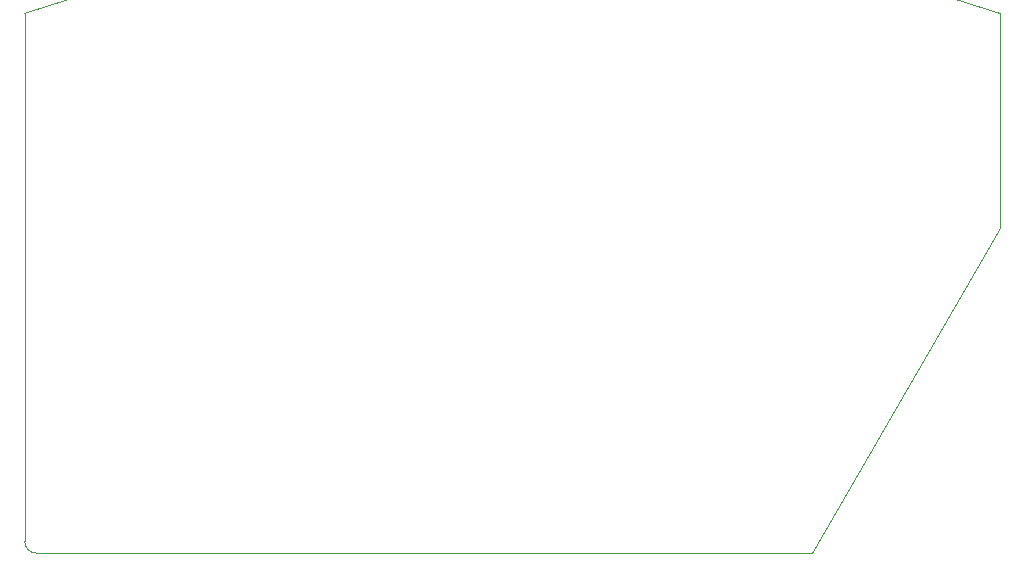
<source format=gbr>
G04 #@! TF.GenerationSoftware,KiCad,Pcbnew,5.1.5-52549c5~84~ubuntu18.04.1*
G04 #@! TF.CreationDate,2020-03-28T21:00:00-04:00*
G04 #@! TF.ProjectId,imac_g3_333mhz_slot_loading_J20_adapter_board,696d6163-5f67-4335-9f33-33336d687a5f,2*
G04 #@! TF.SameCoordinates,Original*
G04 #@! TF.FileFunction,Profile,NP*
%FSLAX46Y46*%
G04 Gerber Fmt 4.6, Leading zero omitted, Abs format (unit mm)*
G04 Created by KiCad (PCBNEW 5.1.5-52549c5~84~ubuntu18.04.1) date 2020-03-28 21:00:00*
%MOMM*%
%LPD*%
G04 APERTURE LIST*
%ADD10C,0.050000*%
G04 APERTURE END LIST*
D10*
X200003000Y-110220000D02*
X134350000Y-110220000D01*
X215899998Y-82653800D02*
X200003000Y-110220000D01*
X215899998Y-64516000D02*
X215899998Y-82653800D01*
X133350000Y-109220000D02*
X133350000Y-64516001D01*
X133350000Y-64516000D02*
G75*
G02X215899998Y-64516000I41275000J-121665998D01*
G01*
X134350000Y-110220000D02*
G75*
G02X133350000Y-109220000I0J1000000D01*
G01*
M02*

</source>
